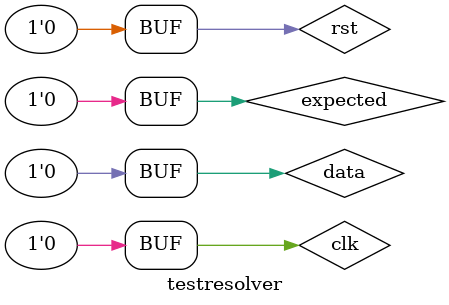
<source format=v>
module testresolver;
    reg rst, data, clk;
    wire rh_l, rl_l;
    reg expected;

    q_resolver myres (.rst(rst), .data(data), .clk(clk), .rh_l(rh_l), .rl_l(rl_l));

    initial
        begin
            #0      rst=1; data=1; clk=1; expected=0;
            #10     rst=0; data=1; clk=1; expected=0;
            #10     rst=0; data=1; clk=0; expected=0;
            #10     rst=0; data=0; clk=1; expected=0;
            #10     rst=0; data=0; clk=0; expected=0;
        end
    initial
        $monitor(
            "rst=%b data=%b clk=%b rh_l=%b rl_l=%b, expected out=%b time=%d",
            rst, data, clk, rh_l, rl_l, expected, $time);

endmodule // testresolver

</source>
